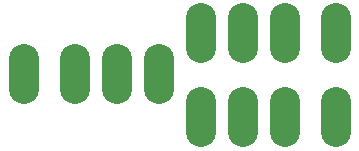
<source format=gbr>
%TF.GenerationSoftware,Altium Limited,Altium Designer,24.3.1 (35)*%
G04 Layer_Physical_Order=1*
G04 Layer_Color=255*
%FSLAX45Y45*%
%MOMM*%
%TF.SameCoordinates,1C176170-2899-406E-8B2E-9C71E4A34281*%
%TF.FilePolarity,Positive*%
%TF.FileFunction,Copper,L1,Top,Signal*%
%TF.Part,Single*%
G01*
G75*
%TA.AperFunction,ComponentPad*%
%ADD10O,2.54000X5.08000*%
D10*
X4851400Y3035300D02*
D03*
X5207000D02*
D03*
X5562600D02*
D03*
X5994400D02*
D03*
Y3746500D02*
D03*
X4495800Y3403600D02*
D03*
X4140200D02*
D03*
X3784600D02*
D03*
X3352800D02*
D03*
X5562600Y3746500D02*
D03*
X5207000D02*
D03*
X4851400D02*
D03*
%TF.MD5,06311d007038fdcaa71fb0cbfee29f3d*%
M02*

</source>
